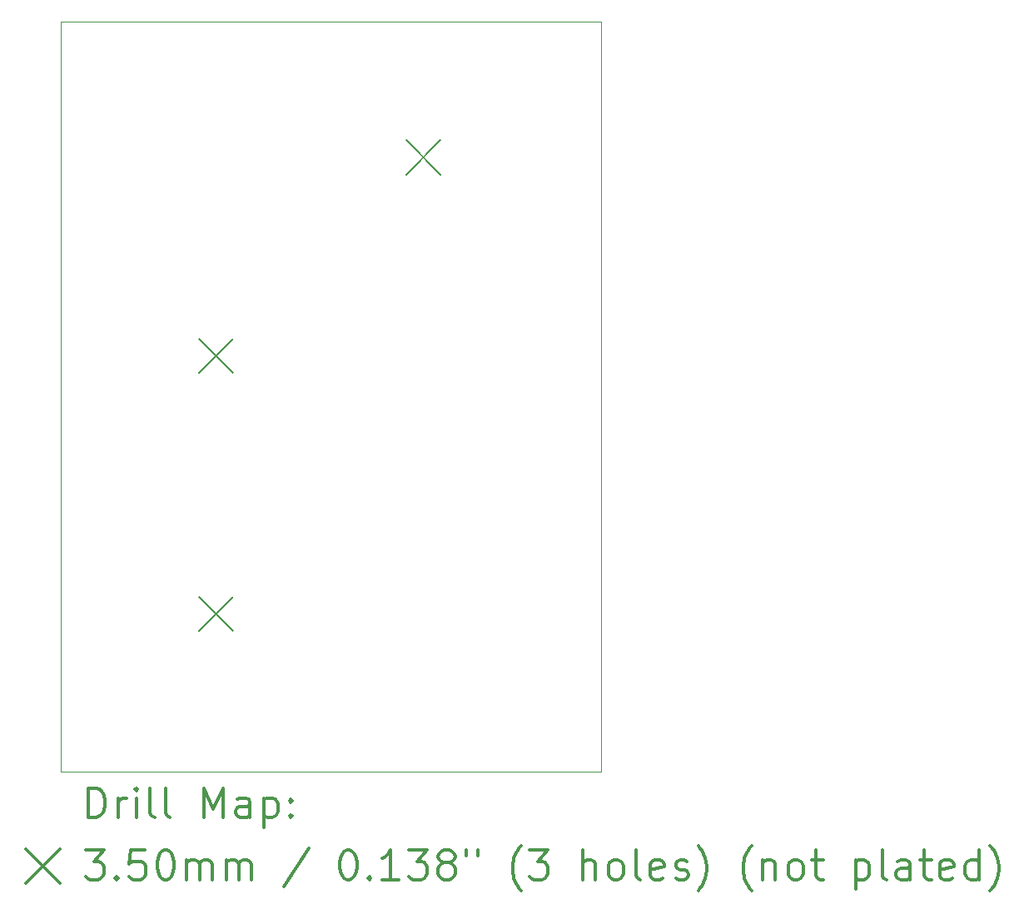
<source format=gbr>
%FSLAX45Y45*%
G04 Gerber Fmt 4.5, Leading zero omitted, Abs format (unit mm)*
G04 Created by KiCad (PCBNEW (5.1.4)-1) date 2021-09-05 23:44:09*
%MOMM*%
%LPD*%
G04 APERTURE LIST*
%ADD10C,0.050000*%
%ADD11C,0.200000*%
%ADD12C,0.300000*%
G04 APERTURE END LIST*
D10*
X15750000Y-9750000D02*
X15750000Y-12375000D01*
X10250000Y-9750000D02*
X10250000Y-12375000D01*
X15750000Y-4750000D02*
X15750000Y-7250000D01*
X10250000Y-4750000D02*
X15750000Y-4750000D01*
X10250000Y-7250000D02*
X10250000Y-4750000D01*
X10250000Y-12375000D02*
X15750000Y-12375000D01*
X10250000Y-9750000D02*
X10250000Y-7250000D01*
X15750000Y-7250000D02*
X15750000Y-9750000D01*
D11*
X11659000Y-7971000D02*
X12009000Y-8321000D01*
X12009000Y-7971000D02*
X11659000Y-8321000D01*
X13766000Y-5954000D02*
X14116000Y-6304000D01*
X14116000Y-5954000D02*
X13766000Y-6304000D01*
X11659000Y-10596000D02*
X12009000Y-10946000D01*
X12009000Y-10596000D02*
X11659000Y-10946000D01*
D12*
X10533928Y-12843214D02*
X10533928Y-12543214D01*
X10605357Y-12543214D01*
X10648214Y-12557500D01*
X10676786Y-12586071D01*
X10691071Y-12614643D01*
X10705357Y-12671786D01*
X10705357Y-12714643D01*
X10691071Y-12771786D01*
X10676786Y-12800357D01*
X10648214Y-12828929D01*
X10605357Y-12843214D01*
X10533928Y-12843214D01*
X10833928Y-12843214D02*
X10833928Y-12643214D01*
X10833928Y-12700357D02*
X10848214Y-12671786D01*
X10862500Y-12657500D01*
X10891071Y-12643214D01*
X10919643Y-12643214D01*
X11019643Y-12843214D02*
X11019643Y-12643214D01*
X11019643Y-12543214D02*
X11005357Y-12557500D01*
X11019643Y-12571786D01*
X11033928Y-12557500D01*
X11019643Y-12543214D01*
X11019643Y-12571786D01*
X11205357Y-12843214D02*
X11176786Y-12828929D01*
X11162500Y-12800357D01*
X11162500Y-12543214D01*
X11362500Y-12843214D02*
X11333928Y-12828929D01*
X11319643Y-12800357D01*
X11319643Y-12543214D01*
X11705357Y-12843214D02*
X11705357Y-12543214D01*
X11805357Y-12757500D01*
X11905357Y-12543214D01*
X11905357Y-12843214D01*
X12176786Y-12843214D02*
X12176786Y-12686071D01*
X12162500Y-12657500D01*
X12133928Y-12643214D01*
X12076786Y-12643214D01*
X12048214Y-12657500D01*
X12176786Y-12828929D02*
X12148214Y-12843214D01*
X12076786Y-12843214D01*
X12048214Y-12828929D01*
X12033928Y-12800357D01*
X12033928Y-12771786D01*
X12048214Y-12743214D01*
X12076786Y-12728929D01*
X12148214Y-12728929D01*
X12176786Y-12714643D01*
X12319643Y-12643214D02*
X12319643Y-12943214D01*
X12319643Y-12657500D02*
X12348214Y-12643214D01*
X12405357Y-12643214D01*
X12433928Y-12657500D01*
X12448214Y-12671786D01*
X12462500Y-12700357D01*
X12462500Y-12786071D01*
X12448214Y-12814643D01*
X12433928Y-12828929D01*
X12405357Y-12843214D01*
X12348214Y-12843214D01*
X12319643Y-12828929D01*
X12591071Y-12814643D02*
X12605357Y-12828929D01*
X12591071Y-12843214D01*
X12576786Y-12828929D01*
X12591071Y-12814643D01*
X12591071Y-12843214D01*
X12591071Y-12657500D02*
X12605357Y-12671786D01*
X12591071Y-12686071D01*
X12576786Y-12671786D01*
X12591071Y-12657500D01*
X12591071Y-12686071D01*
X9897500Y-13162500D02*
X10247500Y-13512500D01*
X10247500Y-13162500D02*
X9897500Y-13512500D01*
X10505357Y-13173214D02*
X10691071Y-13173214D01*
X10591071Y-13287500D01*
X10633928Y-13287500D01*
X10662500Y-13301786D01*
X10676786Y-13316071D01*
X10691071Y-13344643D01*
X10691071Y-13416071D01*
X10676786Y-13444643D01*
X10662500Y-13458929D01*
X10633928Y-13473214D01*
X10548214Y-13473214D01*
X10519643Y-13458929D01*
X10505357Y-13444643D01*
X10819643Y-13444643D02*
X10833928Y-13458929D01*
X10819643Y-13473214D01*
X10805357Y-13458929D01*
X10819643Y-13444643D01*
X10819643Y-13473214D01*
X11105357Y-13173214D02*
X10962500Y-13173214D01*
X10948214Y-13316071D01*
X10962500Y-13301786D01*
X10991071Y-13287500D01*
X11062500Y-13287500D01*
X11091071Y-13301786D01*
X11105357Y-13316071D01*
X11119643Y-13344643D01*
X11119643Y-13416071D01*
X11105357Y-13444643D01*
X11091071Y-13458929D01*
X11062500Y-13473214D01*
X10991071Y-13473214D01*
X10962500Y-13458929D01*
X10948214Y-13444643D01*
X11305357Y-13173214D02*
X11333928Y-13173214D01*
X11362500Y-13187500D01*
X11376786Y-13201786D01*
X11391071Y-13230357D01*
X11405357Y-13287500D01*
X11405357Y-13358929D01*
X11391071Y-13416071D01*
X11376786Y-13444643D01*
X11362500Y-13458929D01*
X11333928Y-13473214D01*
X11305357Y-13473214D01*
X11276786Y-13458929D01*
X11262500Y-13444643D01*
X11248214Y-13416071D01*
X11233928Y-13358929D01*
X11233928Y-13287500D01*
X11248214Y-13230357D01*
X11262500Y-13201786D01*
X11276786Y-13187500D01*
X11305357Y-13173214D01*
X11533928Y-13473214D02*
X11533928Y-13273214D01*
X11533928Y-13301786D02*
X11548214Y-13287500D01*
X11576786Y-13273214D01*
X11619643Y-13273214D01*
X11648214Y-13287500D01*
X11662500Y-13316071D01*
X11662500Y-13473214D01*
X11662500Y-13316071D02*
X11676786Y-13287500D01*
X11705357Y-13273214D01*
X11748214Y-13273214D01*
X11776786Y-13287500D01*
X11791071Y-13316071D01*
X11791071Y-13473214D01*
X11933928Y-13473214D02*
X11933928Y-13273214D01*
X11933928Y-13301786D02*
X11948214Y-13287500D01*
X11976786Y-13273214D01*
X12019643Y-13273214D01*
X12048214Y-13287500D01*
X12062500Y-13316071D01*
X12062500Y-13473214D01*
X12062500Y-13316071D02*
X12076786Y-13287500D01*
X12105357Y-13273214D01*
X12148214Y-13273214D01*
X12176786Y-13287500D01*
X12191071Y-13316071D01*
X12191071Y-13473214D01*
X12776786Y-13158929D02*
X12519643Y-13544643D01*
X13162500Y-13173214D02*
X13191071Y-13173214D01*
X13219643Y-13187500D01*
X13233928Y-13201786D01*
X13248214Y-13230357D01*
X13262500Y-13287500D01*
X13262500Y-13358929D01*
X13248214Y-13416071D01*
X13233928Y-13444643D01*
X13219643Y-13458929D01*
X13191071Y-13473214D01*
X13162500Y-13473214D01*
X13133928Y-13458929D01*
X13119643Y-13444643D01*
X13105357Y-13416071D01*
X13091071Y-13358929D01*
X13091071Y-13287500D01*
X13105357Y-13230357D01*
X13119643Y-13201786D01*
X13133928Y-13187500D01*
X13162500Y-13173214D01*
X13391071Y-13444643D02*
X13405357Y-13458929D01*
X13391071Y-13473214D01*
X13376786Y-13458929D01*
X13391071Y-13444643D01*
X13391071Y-13473214D01*
X13691071Y-13473214D02*
X13519643Y-13473214D01*
X13605357Y-13473214D02*
X13605357Y-13173214D01*
X13576786Y-13216071D01*
X13548214Y-13244643D01*
X13519643Y-13258929D01*
X13791071Y-13173214D02*
X13976786Y-13173214D01*
X13876786Y-13287500D01*
X13919643Y-13287500D01*
X13948214Y-13301786D01*
X13962500Y-13316071D01*
X13976786Y-13344643D01*
X13976786Y-13416071D01*
X13962500Y-13444643D01*
X13948214Y-13458929D01*
X13919643Y-13473214D01*
X13833928Y-13473214D01*
X13805357Y-13458929D01*
X13791071Y-13444643D01*
X14148214Y-13301786D02*
X14119643Y-13287500D01*
X14105357Y-13273214D01*
X14091071Y-13244643D01*
X14091071Y-13230357D01*
X14105357Y-13201786D01*
X14119643Y-13187500D01*
X14148214Y-13173214D01*
X14205357Y-13173214D01*
X14233928Y-13187500D01*
X14248214Y-13201786D01*
X14262500Y-13230357D01*
X14262500Y-13244643D01*
X14248214Y-13273214D01*
X14233928Y-13287500D01*
X14205357Y-13301786D01*
X14148214Y-13301786D01*
X14119643Y-13316071D01*
X14105357Y-13330357D01*
X14091071Y-13358929D01*
X14091071Y-13416071D01*
X14105357Y-13444643D01*
X14119643Y-13458929D01*
X14148214Y-13473214D01*
X14205357Y-13473214D01*
X14233928Y-13458929D01*
X14248214Y-13444643D01*
X14262500Y-13416071D01*
X14262500Y-13358929D01*
X14248214Y-13330357D01*
X14233928Y-13316071D01*
X14205357Y-13301786D01*
X14376786Y-13173214D02*
X14376786Y-13230357D01*
X14491071Y-13173214D02*
X14491071Y-13230357D01*
X14933928Y-13587500D02*
X14919643Y-13573214D01*
X14891071Y-13530357D01*
X14876786Y-13501786D01*
X14862500Y-13458929D01*
X14848214Y-13387500D01*
X14848214Y-13330357D01*
X14862500Y-13258929D01*
X14876786Y-13216071D01*
X14891071Y-13187500D01*
X14919643Y-13144643D01*
X14933928Y-13130357D01*
X15019643Y-13173214D02*
X15205357Y-13173214D01*
X15105357Y-13287500D01*
X15148214Y-13287500D01*
X15176786Y-13301786D01*
X15191071Y-13316071D01*
X15205357Y-13344643D01*
X15205357Y-13416071D01*
X15191071Y-13444643D01*
X15176786Y-13458929D01*
X15148214Y-13473214D01*
X15062500Y-13473214D01*
X15033928Y-13458929D01*
X15019643Y-13444643D01*
X15562500Y-13473214D02*
X15562500Y-13173214D01*
X15691071Y-13473214D02*
X15691071Y-13316071D01*
X15676786Y-13287500D01*
X15648214Y-13273214D01*
X15605357Y-13273214D01*
X15576786Y-13287500D01*
X15562500Y-13301786D01*
X15876786Y-13473214D02*
X15848214Y-13458929D01*
X15833928Y-13444643D01*
X15819643Y-13416071D01*
X15819643Y-13330357D01*
X15833928Y-13301786D01*
X15848214Y-13287500D01*
X15876786Y-13273214D01*
X15919643Y-13273214D01*
X15948214Y-13287500D01*
X15962500Y-13301786D01*
X15976786Y-13330357D01*
X15976786Y-13416071D01*
X15962500Y-13444643D01*
X15948214Y-13458929D01*
X15919643Y-13473214D01*
X15876786Y-13473214D01*
X16148214Y-13473214D02*
X16119643Y-13458929D01*
X16105357Y-13430357D01*
X16105357Y-13173214D01*
X16376786Y-13458929D02*
X16348214Y-13473214D01*
X16291071Y-13473214D01*
X16262500Y-13458929D01*
X16248214Y-13430357D01*
X16248214Y-13316071D01*
X16262500Y-13287500D01*
X16291071Y-13273214D01*
X16348214Y-13273214D01*
X16376786Y-13287500D01*
X16391071Y-13316071D01*
X16391071Y-13344643D01*
X16248214Y-13373214D01*
X16505357Y-13458929D02*
X16533928Y-13473214D01*
X16591071Y-13473214D01*
X16619643Y-13458929D01*
X16633928Y-13430357D01*
X16633928Y-13416071D01*
X16619643Y-13387500D01*
X16591071Y-13373214D01*
X16548214Y-13373214D01*
X16519643Y-13358929D01*
X16505357Y-13330357D01*
X16505357Y-13316071D01*
X16519643Y-13287500D01*
X16548214Y-13273214D01*
X16591071Y-13273214D01*
X16619643Y-13287500D01*
X16733928Y-13587500D02*
X16748214Y-13573214D01*
X16776786Y-13530357D01*
X16791071Y-13501786D01*
X16805357Y-13458929D01*
X16819643Y-13387500D01*
X16819643Y-13330357D01*
X16805357Y-13258929D01*
X16791071Y-13216071D01*
X16776786Y-13187500D01*
X16748214Y-13144643D01*
X16733928Y-13130357D01*
X17276786Y-13587500D02*
X17262500Y-13573214D01*
X17233928Y-13530357D01*
X17219643Y-13501786D01*
X17205357Y-13458929D01*
X17191071Y-13387500D01*
X17191071Y-13330357D01*
X17205357Y-13258929D01*
X17219643Y-13216071D01*
X17233928Y-13187500D01*
X17262500Y-13144643D01*
X17276786Y-13130357D01*
X17391071Y-13273214D02*
X17391071Y-13473214D01*
X17391071Y-13301786D02*
X17405357Y-13287500D01*
X17433928Y-13273214D01*
X17476786Y-13273214D01*
X17505357Y-13287500D01*
X17519643Y-13316071D01*
X17519643Y-13473214D01*
X17705357Y-13473214D02*
X17676786Y-13458929D01*
X17662500Y-13444643D01*
X17648214Y-13416071D01*
X17648214Y-13330357D01*
X17662500Y-13301786D01*
X17676786Y-13287500D01*
X17705357Y-13273214D01*
X17748214Y-13273214D01*
X17776786Y-13287500D01*
X17791071Y-13301786D01*
X17805357Y-13330357D01*
X17805357Y-13416071D01*
X17791071Y-13444643D01*
X17776786Y-13458929D01*
X17748214Y-13473214D01*
X17705357Y-13473214D01*
X17891071Y-13273214D02*
X18005357Y-13273214D01*
X17933928Y-13173214D02*
X17933928Y-13430357D01*
X17948214Y-13458929D01*
X17976786Y-13473214D01*
X18005357Y-13473214D01*
X18333928Y-13273214D02*
X18333928Y-13573214D01*
X18333928Y-13287500D02*
X18362500Y-13273214D01*
X18419643Y-13273214D01*
X18448214Y-13287500D01*
X18462500Y-13301786D01*
X18476786Y-13330357D01*
X18476786Y-13416071D01*
X18462500Y-13444643D01*
X18448214Y-13458929D01*
X18419643Y-13473214D01*
X18362500Y-13473214D01*
X18333928Y-13458929D01*
X18648214Y-13473214D02*
X18619643Y-13458929D01*
X18605357Y-13430357D01*
X18605357Y-13173214D01*
X18891071Y-13473214D02*
X18891071Y-13316071D01*
X18876786Y-13287500D01*
X18848214Y-13273214D01*
X18791071Y-13273214D01*
X18762500Y-13287500D01*
X18891071Y-13458929D02*
X18862500Y-13473214D01*
X18791071Y-13473214D01*
X18762500Y-13458929D01*
X18748214Y-13430357D01*
X18748214Y-13401786D01*
X18762500Y-13373214D01*
X18791071Y-13358929D01*
X18862500Y-13358929D01*
X18891071Y-13344643D01*
X18991071Y-13273214D02*
X19105357Y-13273214D01*
X19033928Y-13173214D02*
X19033928Y-13430357D01*
X19048214Y-13458929D01*
X19076786Y-13473214D01*
X19105357Y-13473214D01*
X19319643Y-13458929D02*
X19291071Y-13473214D01*
X19233928Y-13473214D01*
X19205357Y-13458929D01*
X19191071Y-13430357D01*
X19191071Y-13316071D01*
X19205357Y-13287500D01*
X19233928Y-13273214D01*
X19291071Y-13273214D01*
X19319643Y-13287500D01*
X19333928Y-13316071D01*
X19333928Y-13344643D01*
X19191071Y-13373214D01*
X19591071Y-13473214D02*
X19591071Y-13173214D01*
X19591071Y-13458929D02*
X19562500Y-13473214D01*
X19505357Y-13473214D01*
X19476786Y-13458929D01*
X19462500Y-13444643D01*
X19448214Y-13416071D01*
X19448214Y-13330357D01*
X19462500Y-13301786D01*
X19476786Y-13287500D01*
X19505357Y-13273214D01*
X19562500Y-13273214D01*
X19591071Y-13287500D01*
X19705357Y-13587500D02*
X19719643Y-13573214D01*
X19748214Y-13530357D01*
X19762500Y-13501786D01*
X19776786Y-13458929D01*
X19791071Y-13387500D01*
X19791071Y-13330357D01*
X19776786Y-13258929D01*
X19762500Y-13216071D01*
X19748214Y-13187500D01*
X19719643Y-13144643D01*
X19705357Y-13130357D01*
M02*

</source>
